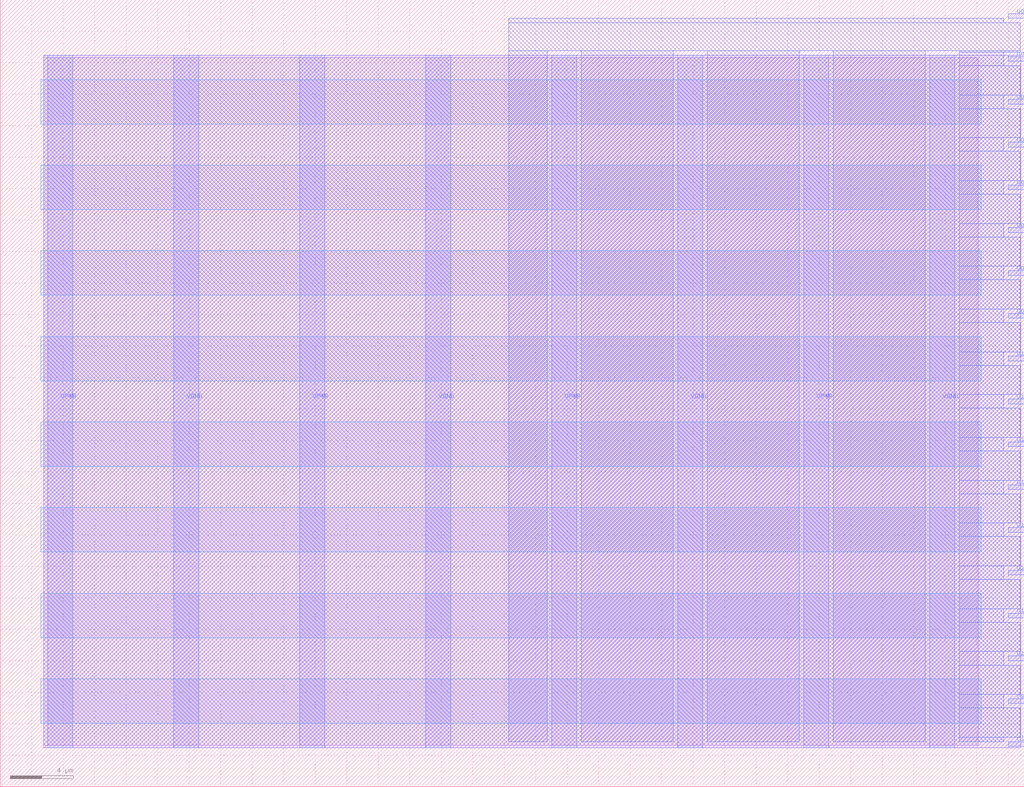
<source format=lef>
VERSION 5.7 ;
  NOWIREEXTENSIONATPIN ON ;
  DIVIDERCHAR "/" ;
  BUSBITCHARS "[]" ;
MACRO tt_um_micro_proj3
  CLASS BLOCK ;
  FOREIGN tt_um_micro_proj3 ;
  ORIGIN 0.000 0.000 ;
  SIZE 65.000 BY 50.000 ;
  PIN VGND
    DIRECTION INOUT ;
    USE GROUND ;
    PORT
      LAYER met2 ;
        RECT 11.000 2.480 12.600 46.480 ;
    END
    PORT
      LAYER met2 ;
        RECT 27.000 2.480 28.600 46.480 ;
    END
    PORT
      LAYER met2 ;
        RECT 43.000 2.480 44.600 46.480 ;
    END
    PORT
      LAYER met2 ;
        RECT 59.000 2.480 60.600 46.480 ;
    END
  END VGND
  PIN VPWR
    DIRECTION INOUT ;
    USE POWER ;
    PORT
      LAYER met2 ;
        RECT 3.000 2.480 4.600 46.480 ;
    END
    PORT
      LAYER met2 ;
        RECT 19.000 2.480 20.600 46.480 ;
    END
    PORT
      LAYER met2 ;
        RECT 35.000 2.480 36.600 46.480 ;
    END
    PORT
      LAYER met2 ;
        RECT 51.000 2.480 52.600 46.480 ;
    END
  END VPWR
  PIN clk
    DIRECTION INPUT ;
    USE SIGNAL ;
    ANTENNAGATEAREA 0.852000 ;
    PORT
      LAYER met2 ;
        RECT 64.000 2.570 65.000 2.870 ;
    END
  END clk
  PIN rst_n
    DIRECTION INPUT ;
    USE SIGNAL ;
    ANTENNAGATEAREA 0.247500 ;
    PORT
      LAYER met2 ;
        RECT 64.000 5.290 65.000 5.590 ;
    END
  END rst_n
  PIN ui_in[0]
    DIRECTION INPUT ;
    USE SIGNAL ;
    ANTENNAGATEAREA 0.196500 ;
    PORT
      LAYER met2 ;
        RECT 64.000 8.010 65.000 8.310 ;
    END
  END ui_in[0]
  PIN ui_in[1]
    DIRECTION INPUT ;
    USE SIGNAL ;
    ANTENNAGATEAREA 0.196500 ;
    PORT
      LAYER met2 ;
        RECT 64.000 10.730 65.000 11.030 ;
    END
  END ui_in[1]
  PIN ui_in[2]
    DIRECTION INPUT ;
    USE SIGNAL ;
    ANTENNAGATEAREA 0.196500 ;
    PORT
      LAYER met2 ;
        RECT 64.000 13.450 65.000 13.750 ;
    END
  END ui_in[2]
  PIN ui_in[3]
    DIRECTION INPUT ;
    USE SIGNAL ;
    ANTENNAGATEAREA 0.196500 ;
    PORT
      LAYER met2 ;
        RECT 64.000 16.170 65.000 16.470 ;
    END
  END ui_in[3]
  PIN ui_in[4]
    DIRECTION INPUT ;
    USE SIGNAL ;
    ANTENNAGATEAREA 0.196500 ;
    PORT
      LAYER met2 ;
        RECT 64.000 18.890 65.000 19.190 ;
    END
  END ui_in[4]
  PIN ui_in[5]
    DIRECTION INPUT ;
    USE SIGNAL ;
    ANTENNAGATEAREA 0.196500 ;
    PORT
      LAYER met2 ;
        RECT 64.000 21.610 65.000 21.910 ;
    END
  END ui_in[5]
  PIN ui_in[6]
    DIRECTION INPUT ;
    USE SIGNAL ;
    ANTENNAGATEAREA 0.196500 ;
    PORT
      LAYER met2 ;
        RECT 64.000 24.330 65.000 24.630 ;
    END
  END ui_in[6]
  PIN ui_in[7]
    DIRECTION INPUT ;
    USE SIGNAL ;
    ANTENNAGATEAREA 0.196500 ;
    PORT
      LAYER met2 ;
        RECT 64.000 27.050 65.000 27.350 ;
    END
  END ui_in[7]
  PIN uo_out[0]
    DIRECTION OUTPUT ;
    USE SIGNAL ;
    ANTENNADIFFAREA 0.891000 ;
    PORT
      LAYER met2 ;
        RECT 64.000 29.770 65.000 30.070 ;
    END
  END uo_out[0]
  PIN uo_out[1]
    DIRECTION OUTPUT ;
    USE SIGNAL ;
    ANTENNADIFFAREA 0.891000 ;
    PORT
      LAYER met2 ;
        RECT 64.000 32.490 65.000 32.790 ;
    END
  END uo_out[1]
  PIN uo_out[2]
    DIRECTION OUTPUT ;
    USE SIGNAL ;
    ANTENNADIFFAREA 0.891000 ;
    PORT
      LAYER met2 ;
        RECT 64.000 35.210 65.000 35.510 ;
    END
  END uo_out[2]
  PIN uo_out[3]
    DIRECTION OUTPUT ;
    USE SIGNAL ;
    ANTENNADIFFAREA 0.891000 ;
    PORT
      LAYER met2 ;
        RECT 64.000 37.930 65.000 38.230 ;
    END
  END uo_out[3]
  PIN uo_out[4]
    DIRECTION OUTPUT ;
    USE SIGNAL ;
    ANTENNADIFFAREA 0.891000 ;
    PORT
      LAYER met2 ;
        RECT 64.000 40.650 65.000 40.950 ;
    END
  END uo_out[4]
  PIN uo_out[5]
    DIRECTION OUTPUT ;
    USE SIGNAL ;
    ANTENNADIFFAREA 0.891000 ;
    PORT
      LAYER met2 ;
        RECT 64.000 43.370 65.000 43.670 ;
    END
  END uo_out[5]
  PIN uo_out[6]
    DIRECTION OUTPUT ;
    USE SIGNAL ;
    ANTENNADIFFAREA 0.891000 ;
    PORT
      LAYER met2 ;
        RECT 64.000 46.090 65.000 46.390 ;
    END
  END uo_out[6]
  PIN uo_out[7]
    DIRECTION OUTPUT ;
    USE SIGNAL ;
    ANTENNADIFFAREA 0.891000 ;
    PORT
      LAYER met2 ;
        RECT 64.000 48.810 65.000 49.110 ;
    END
  END uo_out[7]
  OBS
      LAYER nwell ;
        RECT 2.570 42.105 62.290 44.935 ;
        RECT 2.570 36.665 62.290 39.495 ;
        RECT 2.570 31.225 62.290 34.055 ;
        RECT 2.570 25.785 62.290 28.615 ;
        RECT 2.570 20.345 62.290 23.175 ;
        RECT 2.570 14.905 62.290 17.735 ;
        RECT 2.570 9.465 62.290 12.295 ;
        RECT 2.570 4.025 62.290 6.855 ;
      LAYER li1 ;
        RECT 2.760 2.635 62.100 46.325 ;
      LAYER met1 ;
        RECT 2.760 2.480 64.790 46.480 ;
      LAYER met2 ;
        RECT 32.300 48.530 63.720 48.810 ;
        RECT 32.300 46.760 64.760 48.530 ;
        RECT 32.300 2.870 34.720 46.760 ;
        RECT 36.880 2.870 42.720 46.760 ;
        RECT 44.880 2.870 50.720 46.760 ;
        RECT 52.880 2.870 58.720 46.760 ;
        RECT 60.880 46.670 64.760 46.760 ;
        RECT 60.880 45.810 63.720 46.670 ;
        RECT 60.880 43.950 64.760 45.810 ;
        RECT 60.880 43.090 63.720 43.950 ;
        RECT 60.880 41.230 64.760 43.090 ;
        RECT 60.880 40.370 63.720 41.230 ;
        RECT 60.880 38.510 64.760 40.370 ;
        RECT 60.880 37.650 63.720 38.510 ;
        RECT 60.880 35.790 64.760 37.650 ;
        RECT 60.880 34.930 63.720 35.790 ;
        RECT 60.880 33.070 64.760 34.930 ;
        RECT 60.880 32.210 63.720 33.070 ;
        RECT 60.880 30.350 64.760 32.210 ;
        RECT 60.880 29.490 63.720 30.350 ;
        RECT 60.880 27.630 64.760 29.490 ;
        RECT 60.880 26.770 63.720 27.630 ;
        RECT 60.880 24.910 64.760 26.770 ;
        RECT 60.880 24.050 63.720 24.910 ;
        RECT 60.880 22.190 64.760 24.050 ;
        RECT 60.880 21.330 63.720 22.190 ;
        RECT 60.880 19.470 64.760 21.330 ;
        RECT 60.880 18.610 63.720 19.470 ;
        RECT 60.880 16.750 64.760 18.610 ;
        RECT 60.880 15.890 63.720 16.750 ;
        RECT 60.880 14.030 64.760 15.890 ;
        RECT 60.880 13.170 63.720 14.030 ;
        RECT 60.880 11.310 64.760 13.170 ;
        RECT 60.880 10.450 63.720 11.310 ;
        RECT 60.880 8.590 64.760 10.450 ;
        RECT 60.880 7.730 63.720 8.590 ;
        RECT 60.880 5.870 64.760 7.730 ;
        RECT 60.880 5.010 63.720 5.870 ;
        RECT 60.880 3.150 64.760 5.010 ;
        RECT 60.880 2.870 63.720 3.150 ;
  END
END tt_um_micro_proj3
END LIBRARY


</source>
